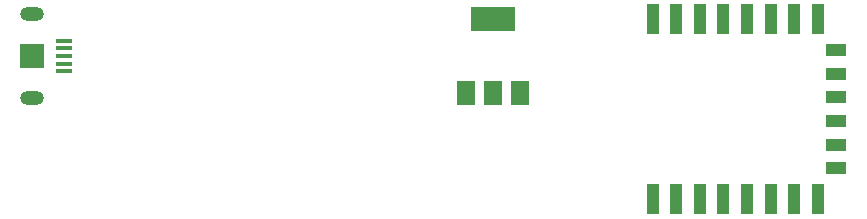
<source format=gbr>
G04 #@! TF.GenerationSoftware,KiCad,Pcbnew,(5.1.4)-1*
G04 #@! TF.CreationDate,2021-08-09T13:21:02-03:00*
G04 #@! TF.ProjectId,Plc_Esp12,506c635f-4573-4703-9132-2e6b69636164,rev?*
G04 #@! TF.SameCoordinates,Original*
G04 #@! TF.FileFunction,Paste,Top*
G04 #@! TF.FilePolarity,Positive*
%FSLAX46Y46*%
G04 Gerber Fmt 4.6, Leading zero omitted, Abs format (unit mm)*
G04 Created by KiCad (PCBNEW (5.1.4)-1) date 2021-08-09 13:21:02*
%MOMM*%
%LPD*%
G04 APERTURE LIST*
%ADD10R,1.500000X2.000000*%
%ADD11R,3.800000X2.000000*%
%ADD12R,1.000000X2.500000*%
%ADD13R,1.800000X1.000000*%
%ADD14R,1.350000X0.400000*%
%ADD15O,2.000000X1.200000*%
%ADD16R,2.000000X2.000000*%
G04 APERTURE END LIST*
D10*
X129700000Y-122150000D03*
X134300000Y-122150000D03*
X132000000Y-122150000D03*
D11*
X132000000Y-115850000D03*
D12*
X145500000Y-115900000D03*
X147500000Y-115900000D03*
X149500000Y-115900000D03*
X151500000Y-115900000D03*
X153500000Y-115900000D03*
X155500000Y-115900000D03*
X157500000Y-115900000D03*
X159500000Y-115900000D03*
D13*
X161000000Y-118500000D03*
X161000000Y-120500000D03*
X161000000Y-122500000D03*
X161000000Y-124500000D03*
X161000000Y-126500000D03*
X161000000Y-128500000D03*
D12*
X159500000Y-131100000D03*
X157500000Y-131100000D03*
X155500000Y-131100000D03*
X153500000Y-131100000D03*
X151500000Y-131100000D03*
X149500000Y-131100000D03*
X147500000Y-131100000D03*
X145500000Y-131100000D03*
D14*
X95675000Y-120300000D03*
X95675000Y-119650000D03*
X95675000Y-119000000D03*
X95675000Y-118350000D03*
X95675000Y-117700000D03*
D15*
X93000000Y-122575000D03*
D16*
X93000000Y-119000000D03*
D15*
X93000000Y-115425000D03*
M02*

</source>
